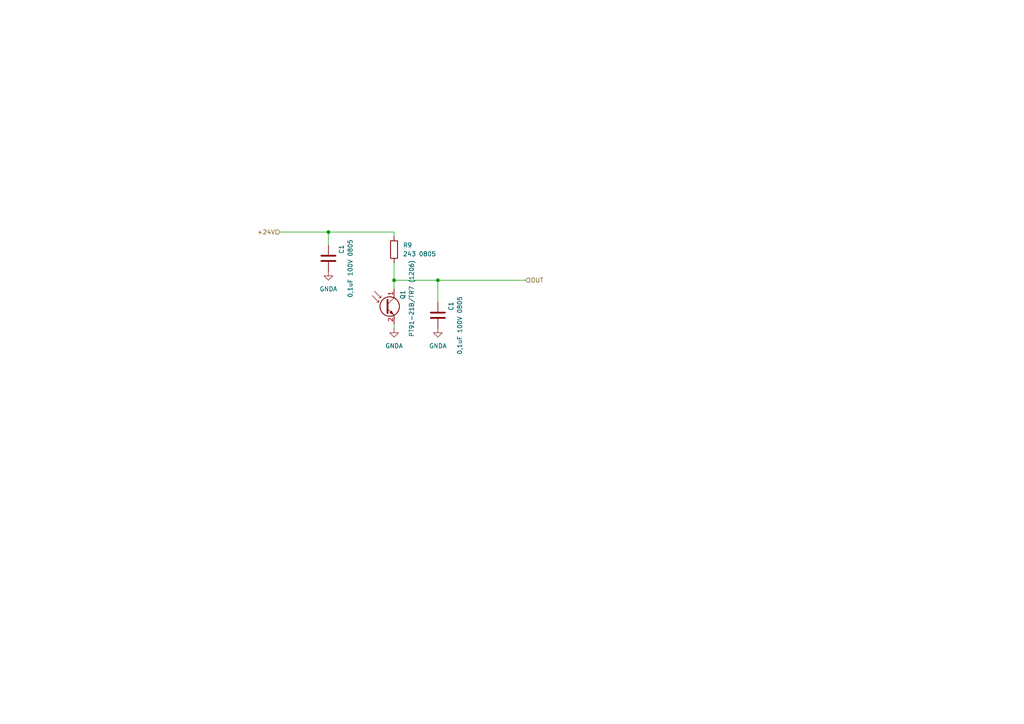
<source format=kicad_sch>
(kicad_sch (version 20230121) (generator eeschema)
  (paper "A4")
  (lib_symbols
    (symbol "Device:C" (pin_numbers hide) (pin_names (offset 0.254))
      (property "Reference" "C" (at 0.635 2.54 0))
      (property "Value" "C" (at 0.635 -2.54 0))
      (symbol "C_0_1"
        (polyline (pts (xy -2.032 -0.762) (xy 2.032 -0.762)) (stroke (width 0.508)))
        (polyline (pts (xy -2.032 0.762) (xy 2.032 0.762)) (stroke (width 0.508)))
      )
      (symbol "C_1_1"
        (pin passive line (at 0 3.81 270) (length 2.794) (name "~") (number "1"))
        (pin passive line (at 0 -3.81 90) (length 2.794) (name "~") (number "2"))
      )
    )
    (symbol "Device:Q_Photo_NPN_CE" (pin_names (offset 0) hide)
      (property "Reference" "Q" (at 5.08 1.27 0))
      (property "Value" "Q_Photo_NPN_CE" (at 5.08 -1.27 0))
      (symbol "Q_Photo_NPN_CE_0_1"
        (polyline (pts (xy -1.905 1.27) (xy -2.54 1.27)))
        (polyline (pts (xy -1.27 2.54) (xy -1.905 2.54)))
        (polyline (pts (xy 0.635 0.635) (xy 2.54 2.54)))
        (polyline (pts (xy -3.81 3.175) (xy -1.905 1.27) (xy -1.905 1.905)))
        (polyline (pts (xy -3.175 4.445) (xy -1.27 2.54) (xy -1.27 3.175)))
        (polyline (pts (xy 0.635 -0.635) (xy 2.54 -2.54) (xy 2.54 -2.54)))
        (polyline (pts (xy 0.635 1.905) (xy 0.635 -1.905) (xy 0.635 -1.905)) (stroke (width 0.508)))
        (polyline (pts (xy 1.27 -1.778) (xy 1.778 -1.27) (xy 2.286 -2.286) (xy 1.27 -1.778) (xy 1.27 -1.778)) (fill (type outline)))
        (circle (center 1.27 0) (radius 2.8194) (stroke (width 0.254)))
      )
      (symbol "Q_Photo_NPN_CE_1_1"
        (pin passive line (at 2.54 5.08 270) (length 2.54) (name "C") (number "1"))
        (pin passive line (at 2.54 -5.08 90) (length 2.54) (name "E") (number "2"))
      )
    )
    (symbol "Device:R" (pin_numbers hide) (pin_names (offset 0))
      (property "Reference" "R" (at 2.032 0 90))
      (property "Value" "R" (at 0 0 90))
      (symbol "R_0_1"
        (rectangle (start -1.016 -2.54) (end 1.016 2.54) (stroke (width 0.254)))
      )
      (symbol "R_1_1"
        (pin passive line (at 0 3.81 270) (length 1.27) (name "~") (number "1"))
        (pin passive line (at 0 -3.81 90) (length 1.27) (name "~") (number "2"))
      )
    )
    (symbol "PCM_4ms_Power-symbol:GNDA" (power) (pin_numbers hide) (pin_names (offset 0) hide)
      (property "Value" "GNDA" (at 0 -3.81 0))
      (symbol "GNDA_0_1"
        (polyline (pts (xy 0 0) (xy 0 -1.27) (xy 1.27 -1.27) (xy 0 -2.54) (xy -1.27 -1.27) (xy 0 -1.27)))
      )
      (symbol "GNDA_1_1"
        (pin power_in line (at 0 0 270) (length 0) hide (name "GNDA") (number "1"))
      )
    )
  )
  (junction (at 127 81.28))
  (junction (at 114.3 81.28))
  (junction (at 95.25 67.31))
  (wire (pts (xy 114.3 76.2) (xy 114.3 81.28)))
  (wire (pts (xy 95.25 67.31) (xy 114.3 67.31)))
  (wire (pts (xy 114.3 81.28) (xy 114.3 83.82)))
  (wire (pts (xy 127 81.28) (xy 152.4 81.28)))
  (wire (pts (xy 114.3 95.25) (xy 114.3 93.98)))
  (wire (pts (xy 95.25 67.31) (xy 95.25 71.12)))
  (wire (pts (xy 127 81.28) (xy 127 87.63)))
  (wire (pts (xy 81.28 67.31) (xy 95.25 67.31)))
  (wire (pts (xy 114.3 67.31) (xy 114.3 68.58)))
  (wire (pts (xy 114.3 81.28) (xy 127 81.28)))
  (hierarchical_label "+24V" (shape input) (at 81.28 67.31 180))
  (hierarchical_label "OUT" (shape input) (at 152.4 81.28 0))
  (symbol (lib_id "Device:R") (at 114.3 72.39 0) (unit 1)
    (property "Reference" "R9" (at 116.84 71.12 0) (effects (justify left)))
    (property "Value" "243 0805" (at 116.84 73.66 0) (effects (justify left)))
    (property "Footprint" "PCM_Resistor_SMD_AKL:R_0805_2012Metric_Pad1.20x1.40mm_HandSolder" (effects hide))
    (instances (project "Плата фото светодиоды" (path "" (reference "R9") (unit 1)) (path "" (reference "R9") (unit 1)) (path "" (reference "R10") (unit 1)) (path "" (reference "R11") (unit 1)) (path "" (reference "R12") (unit 1)) (path "" (reference "R13") (unit 1)) (path "" (reference "R14") (unit 1)) (path "" (reference "R15") (unit 1)) (path "" (reference "R16") (unit 1))))
  )
  (symbol (lib_id "PCM_4ms_Power-symbol:GNDA") (at 114.3 95.25 0) (unit 1)
    (property "Reference" "#PWR06" (effects hide))
    (property "Value" "GNDA" (at 114.3 100.33 0))
    (instances (project "Плата фото светодиоды" (path "" (reference "#PWR06") (unit 1)) (path "" (reference "#PWR02") (unit 1)) (path "" (reference "#PWR04") (unit 1)) (path "" (reference "#PWR06") (unit 1)) (path "" (reference "#PWR09") (unit 1)) (path "" (reference "#PWR011") (unit 1)) (path "" (reference "#PWR013") (unit 1)) (path "" (reference "#PWR015") (unit 1)) (path "" (reference "#PWR017") (unit 1))))
  )
  (symbol (lib_id "PCM_4ms_Power-symbol:GNDA") (at 95.25 78.74 0) (unit 1)
    (property "Reference" "#PWR08" (effects hide))
    (property "Value" "GNDA" (at 95.25 83.82 0))
    (instances (project "Плата фото светодиоды" (path "" (reference "#PWR08") (unit 1)) (path "" (reference "#PWR020") (unit 1)) (path "" (reference "#PWR021") (unit 1)) (path "" (reference "#PWR022") (unit 1)) (path "" (reference "#PWR025") (unit 1)) (path "" (reference "#PWR026") (unit 1)) (path "" (reference "#PWR027") (unit 1)) (path "" (reference "#PWR028") (unit 1)) (path "" (reference "#PWR029") (unit 1))))
  )
  (symbol (lib_id "PCM_4ms_Power-symbol:GNDA") (at 127 95.25 0) (unit 1)
    (property "Reference" "#PWR08" (effects hide))
    (property "Value" "GNDA" (at 127 100.33 0))
    (instances (project "Плата фото светодиоды" (path "" (reference "#PWR08") (unit 1)) (path "" (reference "#PWR03") (unit 1)) (path "" (reference "#PWR05") (unit 1)) (path "" (reference "#PWR08") (unit 1)) (path "" (reference "#PWR010") (unit 1)) (path "" (reference "#PWR012") (unit 1)) (path "" (reference "#PWR014") (unit 1)) (path "" (reference "#PWR016") (unit 1)) (path "" (reference "#PWR018") (unit 1))))
  )
  (symbol (lib_id "Device:C") (at 127 91.44 0) (unit 1)
    (property "Reference" "C1" (at 130.81 90.17 90) (effects (justify left)))
    (property "Value" "0,1uF 100V 0805" (at 133.35 102.87 90) (effects (justify left)))
    (property "Footprint" "PCM_Resistor_SMD_AKL:R_0805_2012Metric_Pad1.20x1.40mm_HandSolder" (effects hide))
    (instances (project "Плата фото светодиоды" (path "" (reference "C1") (unit 1)) (path "" (reference "C1") (unit 1)) (path "" (reference "C4") (unit 1)) (path "" (reference "C5") (unit 1)) (path "" (reference "C6") (unit 1)) (path "" (reference "C7") (unit 1)) (path "" (reference "C8") (unit 1)) (path "" (reference "C9") (unit 1)) (path "" (reference "C10") (unit 1))))
  )
  (symbol (lib_id "Device:Q_Photo_NPN_CE") (at 111.76 88.9 0) (unit 1)
    (property "Reference" "Q1" (at 116.84 86.8807 90) (effects (justify left)))
    (property "Value" "PT91-21B/TR7 (1206)" (at 119.38 97.79 90) (effects (justify left)))
    (property "Footprint" "Diode_SMD:D_1206_3216Metric_Pad1.42x1.75mm_HandSolder" (effects hide))
    (instances (project "Плата фото светодиоды" (path "" (reference "Q1") (unit 1)) (path "" (reference "Q1") (unit 1)) (path "" (reference "Q2") (unit 1)) (path "" (reference "Q3") (unit 1)) (path "" (reference "Q4") (unit 1)) (path "" (reference "Q5") (unit 1)) (path "" (reference "Q6") (unit 1)) (path "" (reference "Q7") (unit 1)) (path "" (reference "Q8") (unit 1))))
  )
  (symbol (lib_id "Device:C") (at 95.25 74.93 0) (unit 1)
    (property "Reference" "C1" (at 99.06 73.66 90) (effects (justify left)))
    (property "Value" "0,1uF 100V 0805" (at 101.6 86.36 90) (effects (justify left)))
    (property "Footprint" "PCM_Resistor_SMD_AKL:R_0805_2012Metric_Pad1.20x1.40mm_HandSolder" (effects hide))
    (instances (project "Плата фото светодиоды" (path "" (reference "C1") (unit 1)) (path "" (reference "C19") (unit 1)) (path "" (reference "C20") (unit 1)) (path "" (reference "C21") (unit 1)) (path "" (reference "C22") (unit 1)) (path "" (reference "C23") (unit 1)) (path "" (reference "C24") (unit 1)) (path "" (reference "C25") (unit 1)) (path "" (reference "C26") (unit 1))))
  )
)
</source>
